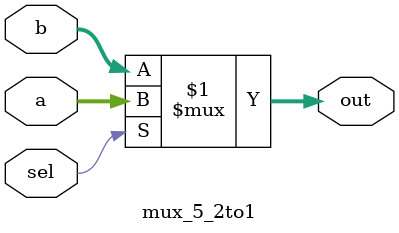
<source format=v>
module mux_5_2to1(a,b,sel,out); //0-->a,1-->b

input [4:0]a,b;
input sel;

output [4:0]out;
wire [4:0]out;

assign out=sel?a:b;

endmodule

</source>
